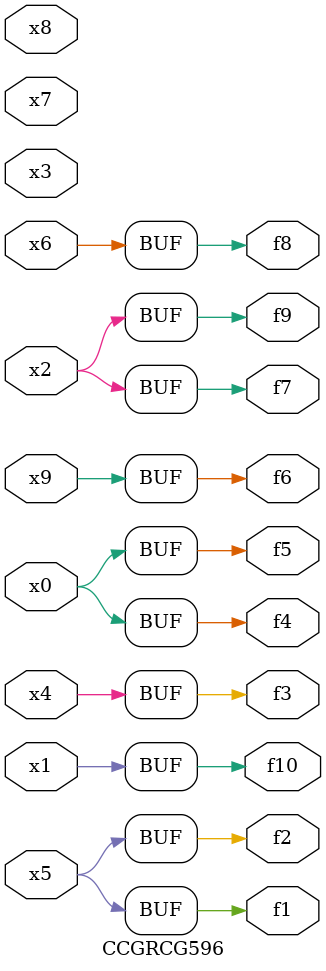
<source format=v>
module CCGRCG596(
	input x0, x1, x2, x3, x4, x5, x6, x7, x8, x9,
	output f1, f2, f3, f4, f5, f6, f7, f8, f9, f10
);
	assign f1 = x5;
	assign f2 = x5;
	assign f3 = x4;
	assign f4 = x0;
	assign f5 = x0;
	assign f6 = x9;
	assign f7 = x2;
	assign f8 = x6;
	assign f9 = x2;
	assign f10 = x1;
endmodule

</source>
